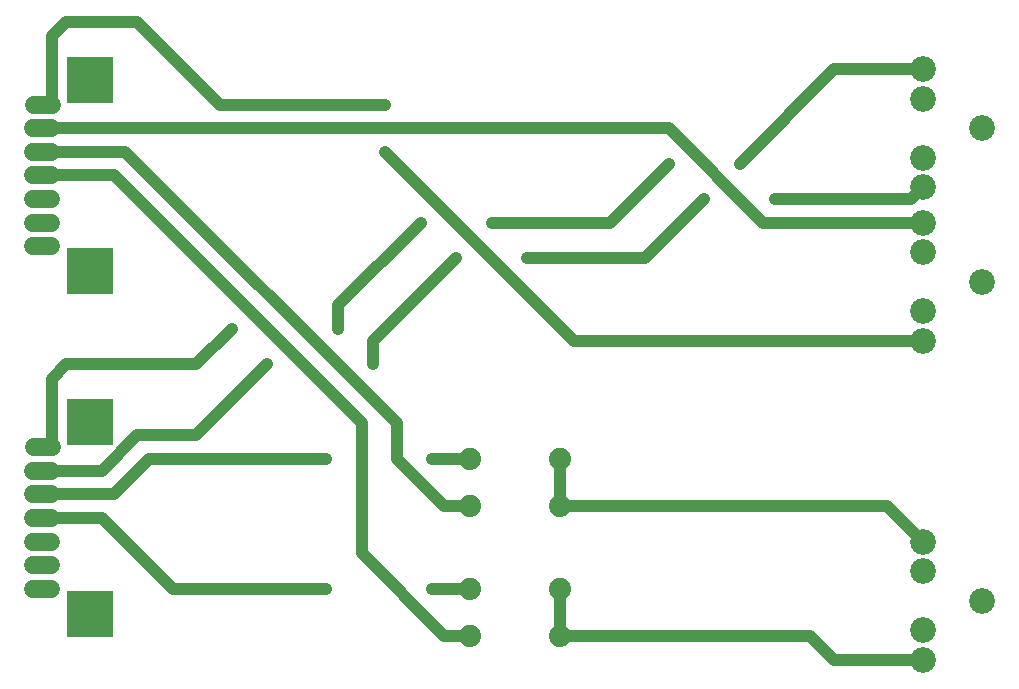
<source format=gbr>
G04 EAGLE Gerber RS-274X export*
G75*
%MOMM*%
%FSLAX34Y34*%
%LPD*%
%INTop Copper*%
%IPPOS*%
%AMOC8*
5,1,8,0,0,1.08239X$1,22.5*%
G01*
%ADD10C,1.879600*%
%ADD11C,2.184400*%
%ADD12C,1.508000*%
%ADD13R,4.016000X4.016000*%
%ADD14C,0.756400*%
%ADD15C,1.000000*%


D10*
X411900Y290000D03*
X488100Y290000D03*
X411900Y180000D03*
X488100Y180000D03*
X411900Y140000D03*
X488100Y140000D03*
X411900Y250000D03*
X488100Y250000D03*
D11*
X845000Y570000D03*
X795000Y545000D03*
X795000Y520000D03*
X795000Y595000D03*
X795000Y620000D03*
X845000Y440000D03*
X795000Y415000D03*
X795000Y390000D03*
X795000Y465000D03*
X795000Y490000D03*
X845000Y170000D03*
X795000Y145000D03*
X795000Y120000D03*
X795000Y195000D03*
X795000Y220000D03*
D12*
X57000Y260000D02*
X41920Y260000D01*
X41920Y220000D02*
X57000Y220000D01*
X57000Y200000D02*
X41920Y200000D01*
X41920Y180000D02*
X57000Y180000D01*
X57000Y280000D02*
X41920Y280000D01*
X42920Y300000D02*
X58000Y300000D01*
X57000Y240000D02*
X41920Y240000D01*
D13*
X90000Y159000D03*
X90000Y321000D03*
D12*
X57000Y550000D02*
X41920Y550000D01*
X41920Y510000D02*
X57000Y510000D01*
X57000Y490000D02*
X41920Y490000D01*
X41920Y470000D02*
X57000Y470000D01*
X57000Y570000D02*
X41920Y570000D01*
X42920Y590000D02*
X58000Y590000D01*
X57000Y530000D02*
X41920Y530000D01*
D13*
X90000Y449000D03*
X90000Y611000D03*
D14*
X380000Y180000D03*
X290000Y180000D03*
D15*
X380000Y180000D02*
X411900Y180000D01*
X290000Y180000D02*
X160000Y180000D01*
X100000Y240000D02*
X57000Y240000D01*
X100000Y240000D02*
X160000Y180000D01*
D14*
X380000Y290000D03*
X290000Y290000D03*
D15*
X380000Y290000D02*
X411900Y290000D01*
X110000Y260000D02*
X57000Y260000D01*
X140000Y290000D02*
X290000Y290000D01*
X140000Y290000D02*
X110000Y260000D01*
X110000Y530000D02*
X57000Y530000D01*
X110000Y530000D02*
X320000Y320000D01*
X320000Y210000D01*
X390000Y140000D01*
X411900Y140000D01*
X120000Y550000D02*
X57000Y550000D01*
X120000Y550000D02*
X350000Y320000D01*
X350000Y290000D01*
X390000Y250000D01*
X411900Y250000D01*
X488100Y250000D02*
X488100Y290000D01*
X488100Y250000D02*
X765000Y250000D01*
X795000Y220000D01*
D14*
X340000Y550000D03*
X340000Y590000D03*
D15*
X500000Y390000D02*
X795000Y390000D01*
X500000Y390000D02*
X340000Y550000D01*
X340000Y590000D02*
X200000Y590000D01*
X130000Y660000D01*
X70000Y660000D01*
X58000Y648000D02*
X58000Y590000D01*
X58000Y648000D02*
X70000Y660000D01*
X57000Y570000D02*
X580000Y570000D01*
X660000Y490000D01*
X795000Y490000D01*
D14*
X640000Y540000D03*
X610000Y510000D03*
D15*
X720000Y620000D02*
X795000Y620000D01*
X720000Y620000D02*
X640000Y540000D01*
D14*
X460000Y460000D03*
X400000Y460000D03*
X330000Y370000D03*
X240000Y370000D03*
D15*
X560000Y460000D02*
X610000Y510000D01*
X560000Y460000D02*
X460000Y460000D01*
X400000Y460000D02*
X330000Y390000D01*
X330000Y370000D01*
X240000Y370000D02*
X180000Y310000D01*
X130000Y310000D01*
X100000Y280000D01*
X57000Y280000D01*
X58000Y300000D02*
X58000Y358000D01*
X70000Y370000D01*
D14*
X670000Y510000D03*
X580000Y540000D03*
D15*
X785000Y510000D02*
X795000Y520000D01*
X785000Y510000D02*
X670000Y510000D01*
D14*
X430000Y490000D03*
X370000Y490000D03*
X300000Y400000D03*
X210000Y400000D03*
D15*
X530000Y490000D02*
X580000Y540000D01*
X530000Y490000D02*
X430000Y490000D01*
X370000Y490000D02*
X300000Y420000D01*
X300000Y400000D01*
X210000Y400000D02*
X180000Y370000D01*
X70000Y370000D01*
X488100Y180000D02*
X488100Y140000D01*
X700000Y140000D01*
X720000Y120000D02*
X795000Y120000D01*
X720000Y120000D02*
X700000Y140000D01*
M02*

</source>
